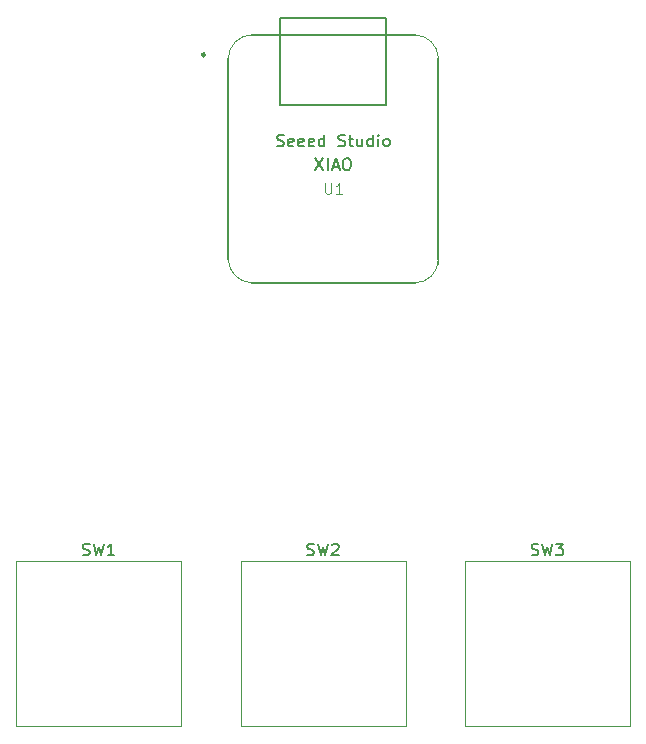
<source format=gbr>
%TF.GenerationSoftware,KiCad,Pcbnew,8.0.5*%
%TF.CreationDate,2024-10-21T21:28:43-05:00*%
%TF.ProjectId,macropad,6d616372-6f70-4616-942e-6b696361645f,rev?*%
%TF.SameCoordinates,Original*%
%TF.FileFunction,Legend,Top*%
%TF.FilePolarity,Positive*%
%FSLAX46Y46*%
G04 Gerber Fmt 4.6, Leading zero omitted, Abs format (unit mm)*
G04 Created by KiCad (PCBNEW 8.0.5) date 2024-10-21 21:28:43*
%MOMM*%
%LPD*%
G01*
G04 APERTURE LIST*
%ADD10C,0.150000*%
%ADD11C,0.101600*%
%ADD12C,0.120000*%
%ADD13C,0.127000*%
%ADD14C,0.254000*%
%ADD15C,0.025400*%
G04 APERTURE END LIST*
D10*
X119666667Y-97033200D02*
X119809524Y-97080819D01*
X119809524Y-97080819D02*
X120047619Y-97080819D01*
X120047619Y-97080819D02*
X120142857Y-97033200D01*
X120142857Y-97033200D02*
X120190476Y-96985580D01*
X120190476Y-96985580D02*
X120238095Y-96890342D01*
X120238095Y-96890342D02*
X120238095Y-96795104D01*
X120238095Y-96795104D02*
X120190476Y-96699866D01*
X120190476Y-96699866D02*
X120142857Y-96652247D01*
X120142857Y-96652247D02*
X120047619Y-96604628D01*
X120047619Y-96604628D02*
X119857143Y-96557009D01*
X119857143Y-96557009D02*
X119761905Y-96509390D01*
X119761905Y-96509390D02*
X119714286Y-96461771D01*
X119714286Y-96461771D02*
X119666667Y-96366533D01*
X119666667Y-96366533D02*
X119666667Y-96271295D01*
X119666667Y-96271295D02*
X119714286Y-96176057D01*
X119714286Y-96176057D02*
X119761905Y-96128438D01*
X119761905Y-96128438D02*
X119857143Y-96080819D01*
X119857143Y-96080819D02*
X120095238Y-96080819D01*
X120095238Y-96080819D02*
X120238095Y-96128438D01*
X120571429Y-96080819D02*
X120809524Y-97080819D01*
X120809524Y-97080819D02*
X121000000Y-96366533D01*
X121000000Y-96366533D02*
X121190476Y-97080819D01*
X121190476Y-97080819D02*
X121428572Y-96080819D01*
X122333333Y-97080819D02*
X121761905Y-97080819D01*
X122047619Y-97080819D02*
X122047619Y-96080819D01*
X122047619Y-96080819D02*
X121952381Y-96223676D01*
X121952381Y-96223676D02*
X121857143Y-96318914D01*
X121857143Y-96318914D02*
X121761905Y-96366533D01*
X157666667Y-97033200D02*
X157809524Y-97080819D01*
X157809524Y-97080819D02*
X158047619Y-97080819D01*
X158047619Y-97080819D02*
X158142857Y-97033200D01*
X158142857Y-97033200D02*
X158190476Y-96985580D01*
X158190476Y-96985580D02*
X158238095Y-96890342D01*
X158238095Y-96890342D02*
X158238095Y-96795104D01*
X158238095Y-96795104D02*
X158190476Y-96699866D01*
X158190476Y-96699866D02*
X158142857Y-96652247D01*
X158142857Y-96652247D02*
X158047619Y-96604628D01*
X158047619Y-96604628D02*
X157857143Y-96557009D01*
X157857143Y-96557009D02*
X157761905Y-96509390D01*
X157761905Y-96509390D02*
X157714286Y-96461771D01*
X157714286Y-96461771D02*
X157666667Y-96366533D01*
X157666667Y-96366533D02*
X157666667Y-96271295D01*
X157666667Y-96271295D02*
X157714286Y-96176057D01*
X157714286Y-96176057D02*
X157761905Y-96128438D01*
X157761905Y-96128438D02*
X157857143Y-96080819D01*
X157857143Y-96080819D02*
X158095238Y-96080819D01*
X158095238Y-96080819D02*
X158238095Y-96128438D01*
X158571429Y-96080819D02*
X158809524Y-97080819D01*
X158809524Y-97080819D02*
X159000000Y-96366533D01*
X159000000Y-96366533D02*
X159190476Y-97080819D01*
X159190476Y-97080819D02*
X159428572Y-96080819D01*
X159714286Y-96080819D02*
X160333333Y-96080819D01*
X160333333Y-96080819D02*
X160000000Y-96461771D01*
X160000000Y-96461771D02*
X160142857Y-96461771D01*
X160142857Y-96461771D02*
X160238095Y-96509390D01*
X160238095Y-96509390D02*
X160285714Y-96557009D01*
X160285714Y-96557009D02*
X160333333Y-96652247D01*
X160333333Y-96652247D02*
X160333333Y-96890342D01*
X160333333Y-96890342D02*
X160285714Y-96985580D01*
X160285714Y-96985580D02*
X160238095Y-97033200D01*
X160238095Y-97033200D02*
X160142857Y-97080819D01*
X160142857Y-97080819D02*
X159857143Y-97080819D01*
X159857143Y-97080819D02*
X159761905Y-97033200D01*
X159761905Y-97033200D02*
X159714286Y-96985580D01*
D11*
X140197666Y-65556985D02*
X140197666Y-66276652D01*
X140197666Y-66276652D02*
X140240000Y-66361318D01*
X140240000Y-66361318D02*
X140282333Y-66403652D01*
X140282333Y-66403652D02*
X140367000Y-66445985D01*
X140367000Y-66445985D02*
X140536333Y-66445985D01*
X140536333Y-66445985D02*
X140621000Y-66403652D01*
X140621000Y-66403652D02*
X140663333Y-66361318D01*
X140663333Y-66361318D02*
X140705666Y-66276652D01*
X140705666Y-66276652D02*
X140705666Y-65556985D01*
X141594666Y-66445985D02*
X141086666Y-66445985D01*
X141340666Y-66445985D02*
X141340666Y-65556985D01*
X141340666Y-65556985D02*
X141255999Y-65683985D01*
X141255999Y-65683985D02*
X141171333Y-65768652D01*
X141171333Y-65768652D02*
X141086666Y-65810985D01*
D10*
X136113095Y-62407200D02*
X136255952Y-62454819D01*
X136255952Y-62454819D02*
X136494047Y-62454819D01*
X136494047Y-62454819D02*
X136589285Y-62407200D01*
X136589285Y-62407200D02*
X136636904Y-62359580D01*
X136636904Y-62359580D02*
X136684523Y-62264342D01*
X136684523Y-62264342D02*
X136684523Y-62169104D01*
X136684523Y-62169104D02*
X136636904Y-62073866D01*
X136636904Y-62073866D02*
X136589285Y-62026247D01*
X136589285Y-62026247D02*
X136494047Y-61978628D01*
X136494047Y-61978628D02*
X136303571Y-61931009D01*
X136303571Y-61931009D02*
X136208333Y-61883390D01*
X136208333Y-61883390D02*
X136160714Y-61835771D01*
X136160714Y-61835771D02*
X136113095Y-61740533D01*
X136113095Y-61740533D02*
X136113095Y-61645295D01*
X136113095Y-61645295D02*
X136160714Y-61550057D01*
X136160714Y-61550057D02*
X136208333Y-61502438D01*
X136208333Y-61502438D02*
X136303571Y-61454819D01*
X136303571Y-61454819D02*
X136541666Y-61454819D01*
X136541666Y-61454819D02*
X136684523Y-61502438D01*
X137494047Y-62407200D02*
X137398809Y-62454819D01*
X137398809Y-62454819D02*
X137208333Y-62454819D01*
X137208333Y-62454819D02*
X137113095Y-62407200D01*
X137113095Y-62407200D02*
X137065476Y-62311961D01*
X137065476Y-62311961D02*
X137065476Y-61931009D01*
X137065476Y-61931009D02*
X137113095Y-61835771D01*
X137113095Y-61835771D02*
X137208333Y-61788152D01*
X137208333Y-61788152D02*
X137398809Y-61788152D01*
X137398809Y-61788152D02*
X137494047Y-61835771D01*
X137494047Y-61835771D02*
X137541666Y-61931009D01*
X137541666Y-61931009D02*
X137541666Y-62026247D01*
X137541666Y-62026247D02*
X137065476Y-62121485D01*
X138351190Y-62407200D02*
X138255952Y-62454819D01*
X138255952Y-62454819D02*
X138065476Y-62454819D01*
X138065476Y-62454819D02*
X137970238Y-62407200D01*
X137970238Y-62407200D02*
X137922619Y-62311961D01*
X137922619Y-62311961D02*
X137922619Y-61931009D01*
X137922619Y-61931009D02*
X137970238Y-61835771D01*
X137970238Y-61835771D02*
X138065476Y-61788152D01*
X138065476Y-61788152D02*
X138255952Y-61788152D01*
X138255952Y-61788152D02*
X138351190Y-61835771D01*
X138351190Y-61835771D02*
X138398809Y-61931009D01*
X138398809Y-61931009D02*
X138398809Y-62026247D01*
X138398809Y-62026247D02*
X137922619Y-62121485D01*
X139208333Y-62407200D02*
X139113095Y-62454819D01*
X139113095Y-62454819D02*
X138922619Y-62454819D01*
X138922619Y-62454819D02*
X138827381Y-62407200D01*
X138827381Y-62407200D02*
X138779762Y-62311961D01*
X138779762Y-62311961D02*
X138779762Y-61931009D01*
X138779762Y-61931009D02*
X138827381Y-61835771D01*
X138827381Y-61835771D02*
X138922619Y-61788152D01*
X138922619Y-61788152D02*
X139113095Y-61788152D01*
X139113095Y-61788152D02*
X139208333Y-61835771D01*
X139208333Y-61835771D02*
X139255952Y-61931009D01*
X139255952Y-61931009D02*
X139255952Y-62026247D01*
X139255952Y-62026247D02*
X138779762Y-62121485D01*
X140113095Y-62454819D02*
X140113095Y-61454819D01*
X140113095Y-62407200D02*
X140017857Y-62454819D01*
X140017857Y-62454819D02*
X139827381Y-62454819D01*
X139827381Y-62454819D02*
X139732143Y-62407200D01*
X139732143Y-62407200D02*
X139684524Y-62359580D01*
X139684524Y-62359580D02*
X139636905Y-62264342D01*
X139636905Y-62264342D02*
X139636905Y-61978628D01*
X139636905Y-61978628D02*
X139684524Y-61883390D01*
X139684524Y-61883390D02*
X139732143Y-61835771D01*
X139732143Y-61835771D02*
X139827381Y-61788152D01*
X139827381Y-61788152D02*
X140017857Y-61788152D01*
X140017857Y-61788152D02*
X140113095Y-61835771D01*
X141303572Y-62407200D02*
X141446429Y-62454819D01*
X141446429Y-62454819D02*
X141684524Y-62454819D01*
X141684524Y-62454819D02*
X141779762Y-62407200D01*
X141779762Y-62407200D02*
X141827381Y-62359580D01*
X141827381Y-62359580D02*
X141875000Y-62264342D01*
X141875000Y-62264342D02*
X141875000Y-62169104D01*
X141875000Y-62169104D02*
X141827381Y-62073866D01*
X141827381Y-62073866D02*
X141779762Y-62026247D01*
X141779762Y-62026247D02*
X141684524Y-61978628D01*
X141684524Y-61978628D02*
X141494048Y-61931009D01*
X141494048Y-61931009D02*
X141398810Y-61883390D01*
X141398810Y-61883390D02*
X141351191Y-61835771D01*
X141351191Y-61835771D02*
X141303572Y-61740533D01*
X141303572Y-61740533D02*
X141303572Y-61645295D01*
X141303572Y-61645295D02*
X141351191Y-61550057D01*
X141351191Y-61550057D02*
X141398810Y-61502438D01*
X141398810Y-61502438D02*
X141494048Y-61454819D01*
X141494048Y-61454819D02*
X141732143Y-61454819D01*
X141732143Y-61454819D02*
X141875000Y-61502438D01*
X142160715Y-61788152D02*
X142541667Y-61788152D01*
X142303572Y-61454819D02*
X142303572Y-62311961D01*
X142303572Y-62311961D02*
X142351191Y-62407200D01*
X142351191Y-62407200D02*
X142446429Y-62454819D01*
X142446429Y-62454819D02*
X142541667Y-62454819D01*
X143303572Y-61788152D02*
X143303572Y-62454819D01*
X142875001Y-61788152D02*
X142875001Y-62311961D01*
X142875001Y-62311961D02*
X142922620Y-62407200D01*
X142922620Y-62407200D02*
X143017858Y-62454819D01*
X143017858Y-62454819D02*
X143160715Y-62454819D01*
X143160715Y-62454819D02*
X143255953Y-62407200D01*
X143255953Y-62407200D02*
X143303572Y-62359580D01*
X144208334Y-62454819D02*
X144208334Y-61454819D01*
X144208334Y-62407200D02*
X144113096Y-62454819D01*
X144113096Y-62454819D02*
X143922620Y-62454819D01*
X143922620Y-62454819D02*
X143827382Y-62407200D01*
X143827382Y-62407200D02*
X143779763Y-62359580D01*
X143779763Y-62359580D02*
X143732144Y-62264342D01*
X143732144Y-62264342D02*
X143732144Y-61978628D01*
X143732144Y-61978628D02*
X143779763Y-61883390D01*
X143779763Y-61883390D02*
X143827382Y-61835771D01*
X143827382Y-61835771D02*
X143922620Y-61788152D01*
X143922620Y-61788152D02*
X144113096Y-61788152D01*
X144113096Y-61788152D02*
X144208334Y-61835771D01*
X144684525Y-62454819D02*
X144684525Y-61788152D01*
X144684525Y-61454819D02*
X144636906Y-61502438D01*
X144636906Y-61502438D02*
X144684525Y-61550057D01*
X144684525Y-61550057D02*
X144732144Y-61502438D01*
X144732144Y-61502438D02*
X144684525Y-61454819D01*
X144684525Y-61454819D02*
X144684525Y-61550057D01*
X145303572Y-62454819D02*
X145208334Y-62407200D01*
X145208334Y-62407200D02*
X145160715Y-62359580D01*
X145160715Y-62359580D02*
X145113096Y-62264342D01*
X145113096Y-62264342D02*
X145113096Y-61978628D01*
X145113096Y-61978628D02*
X145160715Y-61883390D01*
X145160715Y-61883390D02*
X145208334Y-61835771D01*
X145208334Y-61835771D02*
X145303572Y-61788152D01*
X145303572Y-61788152D02*
X145446429Y-61788152D01*
X145446429Y-61788152D02*
X145541667Y-61835771D01*
X145541667Y-61835771D02*
X145589286Y-61883390D01*
X145589286Y-61883390D02*
X145636905Y-61978628D01*
X145636905Y-61978628D02*
X145636905Y-62264342D01*
X145636905Y-62264342D02*
X145589286Y-62359580D01*
X145589286Y-62359580D02*
X145541667Y-62407200D01*
X145541667Y-62407200D02*
X145446429Y-62454819D01*
X145446429Y-62454819D02*
X145303572Y-62454819D01*
X139351191Y-63454819D02*
X140017857Y-64454819D01*
X140017857Y-63454819D02*
X139351191Y-64454819D01*
X140398810Y-64454819D02*
X140398810Y-63454819D01*
X140827381Y-64169104D02*
X141303571Y-64169104D01*
X140732143Y-64454819D02*
X141065476Y-63454819D01*
X141065476Y-63454819D02*
X141398809Y-64454819D01*
X141922619Y-63454819D02*
X142113095Y-63454819D01*
X142113095Y-63454819D02*
X142208333Y-63502438D01*
X142208333Y-63502438D02*
X142303571Y-63597676D01*
X142303571Y-63597676D02*
X142351190Y-63788152D01*
X142351190Y-63788152D02*
X142351190Y-64121485D01*
X142351190Y-64121485D02*
X142303571Y-64311961D01*
X142303571Y-64311961D02*
X142208333Y-64407200D01*
X142208333Y-64407200D02*
X142113095Y-64454819D01*
X142113095Y-64454819D02*
X141922619Y-64454819D01*
X141922619Y-64454819D02*
X141827381Y-64407200D01*
X141827381Y-64407200D02*
X141732143Y-64311961D01*
X141732143Y-64311961D02*
X141684524Y-64121485D01*
X141684524Y-64121485D02*
X141684524Y-63788152D01*
X141684524Y-63788152D02*
X141732143Y-63597676D01*
X141732143Y-63597676D02*
X141827381Y-63502438D01*
X141827381Y-63502438D02*
X141922619Y-63454819D01*
X138666667Y-97033200D02*
X138809524Y-97080819D01*
X138809524Y-97080819D02*
X139047619Y-97080819D01*
X139047619Y-97080819D02*
X139142857Y-97033200D01*
X139142857Y-97033200D02*
X139190476Y-96985580D01*
X139190476Y-96985580D02*
X139238095Y-96890342D01*
X139238095Y-96890342D02*
X139238095Y-96795104D01*
X139238095Y-96795104D02*
X139190476Y-96699866D01*
X139190476Y-96699866D02*
X139142857Y-96652247D01*
X139142857Y-96652247D02*
X139047619Y-96604628D01*
X139047619Y-96604628D02*
X138857143Y-96557009D01*
X138857143Y-96557009D02*
X138761905Y-96509390D01*
X138761905Y-96509390D02*
X138714286Y-96461771D01*
X138714286Y-96461771D02*
X138666667Y-96366533D01*
X138666667Y-96366533D02*
X138666667Y-96271295D01*
X138666667Y-96271295D02*
X138714286Y-96176057D01*
X138714286Y-96176057D02*
X138761905Y-96128438D01*
X138761905Y-96128438D02*
X138857143Y-96080819D01*
X138857143Y-96080819D02*
X139095238Y-96080819D01*
X139095238Y-96080819D02*
X139238095Y-96128438D01*
X139571429Y-96080819D02*
X139809524Y-97080819D01*
X139809524Y-97080819D02*
X140000000Y-96366533D01*
X140000000Y-96366533D02*
X140190476Y-97080819D01*
X140190476Y-97080819D02*
X140428572Y-96080819D01*
X140761905Y-96176057D02*
X140809524Y-96128438D01*
X140809524Y-96128438D02*
X140904762Y-96080819D01*
X140904762Y-96080819D02*
X141142857Y-96080819D01*
X141142857Y-96080819D02*
X141238095Y-96128438D01*
X141238095Y-96128438D02*
X141285714Y-96176057D01*
X141285714Y-96176057D02*
X141333333Y-96271295D01*
X141333333Y-96271295D02*
X141333333Y-96366533D01*
X141333333Y-96366533D02*
X141285714Y-96509390D01*
X141285714Y-96509390D02*
X140714286Y-97080819D01*
X140714286Y-97080819D02*
X141333333Y-97080819D01*
D12*
%TO.C,SW1*%
X114015000Y-97515000D02*
X127985000Y-97515000D01*
X114015000Y-111485000D02*
X114015000Y-97515000D01*
X127985000Y-97515000D02*
X127985000Y-111485000D01*
X127985000Y-111485000D02*
X114015000Y-111485000D01*
%TO.C,SW3*%
X152015000Y-97515000D02*
X165985000Y-97515000D01*
X152015000Y-111485000D02*
X152015000Y-97515000D01*
X165985000Y-97515000D02*
X165985000Y-111485000D01*
X165985000Y-111485000D02*
X152015000Y-111485000D01*
D13*
%TO.C,U1*%
X131975000Y-55000000D02*
X131975000Y-72000000D01*
X133975000Y-74000000D02*
X147775000Y-74000000D01*
X136375000Y-51575970D02*
X145375000Y-51575970D01*
X136375000Y-58929270D02*
X136375000Y-51575970D01*
X145375000Y-51575970D02*
X145375000Y-58929270D01*
X145375000Y-58929270D02*
X136375000Y-58929270D01*
X147775000Y-53000910D02*
X133975000Y-53000910D01*
X149775000Y-72000000D02*
X149775000Y-55000000D01*
D12*
X131975000Y-55000000D02*
G75*
G02*
X133975000Y-53000000I2044612J-44612D01*
G01*
X133975000Y-74000000D02*
G75*
G02*
X131975000Y-72000000I44857J2044857D01*
G01*
X147775000Y-53000000D02*
G75*
G02*
X149775000Y-55000000I-44600J-2044600D01*
G01*
X149775000Y-72000000D02*
G75*
G02*
X147775000Y-74000000I-2000000J0D01*
G01*
D14*
X130002000Y-54700000D02*
G75*
G02*
X129748000Y-54700000I-127000J0D01*
G01*
X129748000Y-54700000D02*
G75*
G02*
X130002000Y-54700000I127000J0D01*
G01*
D15*
X131987285Y-54938295D02*
X131990333Y-54889527D01*
X131994397Y-54840506D01*
X131987285Y-54938295D01*
X149762713Y-72070850D02*
X149759665Y-72119618D01*
X149755601Y-72168639D01*
X149750268Y-72217407D01*
X149743664Y-72266175D01*
X149736044Y-72314690D01*
X149727153Y-72362950D01*
X149717248Y-72410955D01*
X149764492Y-72021574D01*
X149762713Y-72070850D01*
D12*
%TO.C,SW2*%
X133015000Y-97515000D02*
X146985000Y-97515000D01*
X133015000Y-111485000D02*
X133015000Y-97515000D01*
X146985000Y-97515000D02*
X146985000Y-111485000D01*
X146985000Y-111485000D02*
X133015000Y-111485000D01*
%TD*%
M02*

</source>
